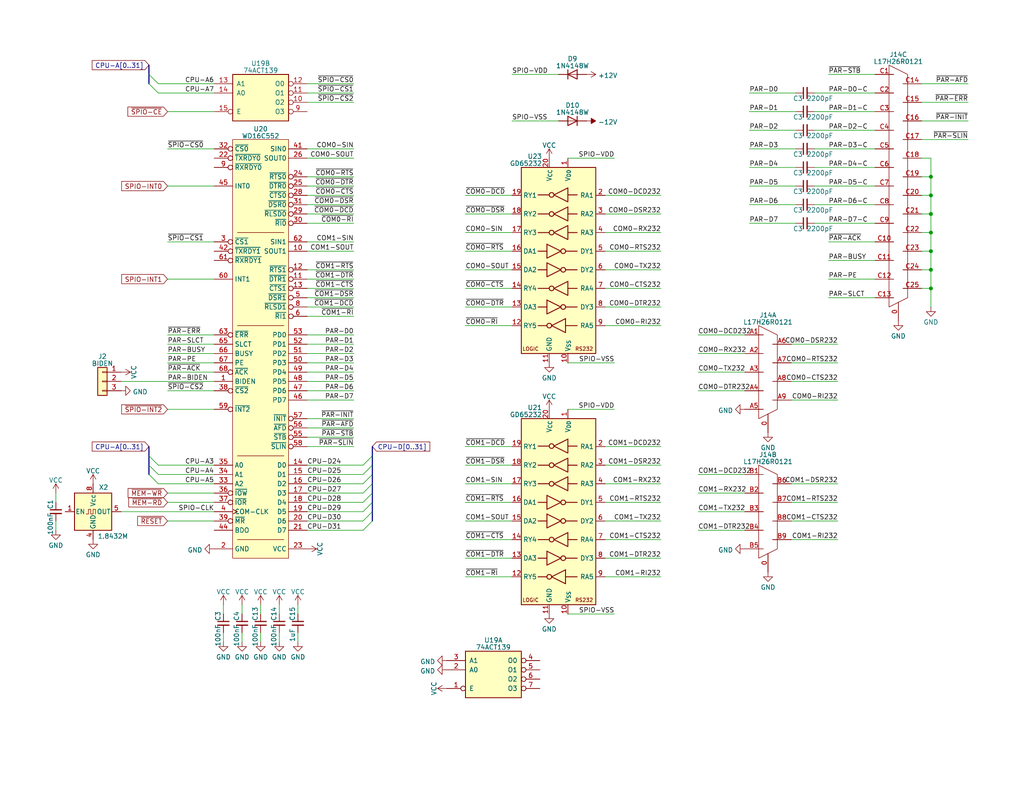
<source format=kicad_sch>
(kicad_sch (version 20230121) (generator eeschema)
  (paper "USLetter")
  (title_block (title "Wrap030-ATX Mainboard") (date "2023-03-26") (rev "1") (company "techav"))
  (junction (at 254 53.34))
  (junction (at 254 78.74))
  (junction (at 254 58.42))
  (junction (at 254 63.5))
  (junction (at 254 73.66))
  (junction (at 254 68.58))
  (junction (at 254 48.26))
  (bus_entry (at 101.6 139.7) (size -2.54 2.54))
  (bus_entry (at 40.64 22.86) (size 2.54 2.54))
  (bus_entry (at 101.6 134.62) (size -2.54 2.54))
  (bus_entry (at 101.6 142.24) (size -2.54 2.54))
  (bus_entry (at 101.6 129.54) (size -2.54 2.54))
  (bus_entry (at 40.64 20.32) (size 2.54 2.54))
  (bus_entry (at 101.6 137.16) (size -2.54 2.54))
  (bus_entry (at 40.64 124.46) (size 2.54 2.54))
  (bus_entry (at 40.64 127) (size 2.54 2.54))
  (bus_entry (at 40.64 129.54) (size 2.54 2.54))
  (bus_entry (at 101.6 132.08) (size -2.54 2.54))
  (bus_entry (at 101.6 127) (size -2.54 2.54))
  (bus_entry (at 101.6 124.46) (size -2.54 2.54))
  (wire (pts (xy 83.82 101.6) (xy 96.52 101.6)))
  (bus (pts (xy 40.64 121.92) (xy 40.64 124.46)))
  (wire (pts (xy 83.82 109.22) (xy 96.52 109.22)))
  (wire (pts (xy 139.7 88.9) (xy 127 88.9)))
  (wire (pts (xy 83.82 116.84) (xy 96.52 116.84)))
  (wire (pts (xy 139.7 147.32) (xy 127 147.32)))
  (wire (pts (xy 83.82 119.38) (xy 96.52 119.38)))
  (wire (pts (xy 254 58.42) (xy 254 53.34)))
  (wire (pts (xy 83.82 91.44) (xy 96.52 91.44)))
  (wire (pts (xy 254 63.5) (xy 251.46 63.5)))
  (wire (pts (xy 83.82 53.34) (xy 96.52 53.34)))
  (wire (pts (xy 43.18 25.4) (xy 58.42 25.4)))
  (wire (pts (xy 45.72 142.24) (xy 58.42 142.24)))
  (wire (pts (xy 83.82 134.62) (xy 99.06 134.62)))
  (wire (pts (xy 83.82 132.08) (xy 99.06 132.08)))
  (wire (pts (xy 83.82 137.16) (xy 99.06 137.16)))
  (wire (pts (xy 190.5 134.62) (xy 203.2 134.62)))
  (wire (pts (xy 180.34 121.92) (xy 165.1 121.92)))
  (wire (pts (xy 254 83.82) (xy 254 78.74)))
  (wire (pts (xy 139.7 58.42) (xy 127 58.42)))
  (wire (pts (xy 60.96 175.26) (xy 60.96 172.72)))
  (bus (pts (xy 101.6 139.7) (xy 101.6 142.24)))
  (wire (pts (xy 228.6 109.22) (xy 215.9 109.22)))
  (bus (pts (xy 101.6 127) (xy 101.6 129.54)))
  (wire (pts (xy 83.82 121.92) (xy 96.52 121.92)))
  (wire (pts (xy 139.7 78.74) (xy 127 78.74)))
  (wire (pts (xy 139.7 132.08) (xy 127 132.08)))
  (wire (pts (xy 222.25 45.72) (xy 238.76 45.72)))
  (wire (pts (xy 81.28 175.26) (xy 81.28 172.72)))
  (wire (pts (xy 222.25 35.56) (xy 238.76 35.56)))
  (wire (pts (xy 217.17 50.8) (xy 204.47 50.8)))
  (wire (pts (xy 167.64 167.64) (xy 154.94 167.64)))
  (wire (pts (xy 83.82 58.42) (xy 96.52 58.42)))
  (wire (pts (xy 58.42 106.68) (xy 45.72 106.68)))
  (bus (pts (xy 101.6 134.62) (xy 101.6 137.16)))
  (wire (pts (xy 222.25 40.64) (xy 238.76 40.64)))
  (wire (pts (xy 139.7 68.58) (xy 127 68.58)))
  (wire (pts (xy 45.72 101.6) (xy 58.42 101.6)))
  (wire (pts (xy 190.5 96.52) (xy 203.2 96.52)))
  (wire (pts (xy 226.06 76.2) (xy 238.76 76.2)))
  (wire (pts (xy 58.42 40.64) (xy 45.72 40.64)))
  (bus (pts (xy 40.64 20.32) (xy 40.64 22.86)))
  (wire (pts (xy 217.17 55.88) (xy 204.47 55.88)))
  (wire (pts (xy 76.2 175.26) (xy 76.2 172.72)))
  (wire (pts (xy 45.72 134.62) (xy 58.42 134.62)))
  (wire (pts (xy 45.72 50.8) (xy 58.42 50.8)))
  (wire (pts (xy 139.7 33.02) (xy 152.4 33.02)))
  (wire (pts (xy 139.7 63.5) (xy 127 63.5)))
  (wire (pts (xy 83.82 27.94) (xy 96.52 27.94)))
  (wire (pts (xy 15.24 134.62) (xy 15.24 137.16)))
  (wire (pts (xy 83.82 81.28) (xy 96.52 81.28)))
  (wire (pts (xy 83.82 139.7) (xy 99.06 139.7)))
  (wire (pts (xy 190.5 144.78) (xy 203.2 144.78)))
  (wire (pts (xy 180.34 152.4) (xy 165.1 152.4)))
  (wire (pts (xy 254 73.66) (xy 254 68.58)))
  (wire (pts (xy 139.7 20.32) (xy 152.4 20.32)))
  (wire (pts (xy 222.25 50.8) (xy 238.76 50.8)))
  (wire (pts (xy 254 48.26) (xy 251.46 48.26)))
  (wire (pts (xy 180.34 147.32) (xy 165.1 147.32)))
  (wire (pts (xy 83.82 22.86) (xy 96.52 22.86)))
  (wire (pts (xy 254 73.66) (xy 251.46 73.66)))
  (wire (pts (xy 190.5 139.7) (xy 203.2 139.7)))
  (wire (pts (xy 222.25 55.88) (xy 238.76 55.88)))
  (wire (pts (xy 45.72 76.2) (xy 58.42 76.2)))
  (wire (pts (xy 180.34 83.82) (xy 165.1 83.82)))
  (wire (pts (xy 83.82 60.96) (xy 96.52 60.96)))
  (wire (pts (xy 71.12 165.1) (xy 71.12 167.64)))
  (wire (pts (xy 254 78.74) (xy 251.46 78.74)))
  (wire (pts (xy 33.02 104.14) (xy 58.42 104.14)))
  (wire (pts (xy 167.64 43.18) (xy 154.94 43.18)))
  (wire (pts (xy 180.34 132.08) (xy 165.1 132.08)))
  (wire (pts (xy 180.34 88.9) (xy 165.1 88.9)))
  (wire (pts (xy 254 53.34) (xy 254 48.26)))
  (wire (pts (xy 83.82 114.3) (xy 96.52 114.3)))
  (wire (pts (xy 167.64 99.06) (xy 154.94 99.06)))
  (wire (pts (xy 83.82 106.68) (xy 96.52 106.68)))
  (wire (pts (xy 180.34 63.5) (xy 165.1 63.5)))
  (wire (pts (xy 83.82 40.64) (xy 96.52 40.64)))
  (wire (pts (xy 217.17 35.56) (xy 204.47 35.56)))
  (wire (pts (xy 254 68.58) (xy 254 63.5)))
  (wire (pts (xy 83.82 78.74) (xy 96.52 78.74)))
  (wire (pts (xy 83.82 50.8) (xy 96.52 50.8)))
  (wire (pts (xy 43.18 129.54) (xy 58.42 129.54)))
  (wire (pts (xy 83.82 66.04) (xy 96.52 66.04)))
  (wire (pts (xy 45.72 99.06) (xy 58.42 99.06)))
  (wire (pts (xy 45.72 111.76) (xy 58.42 111.76)))
  (wire (pts (xy 139.7 137.16) (xy 127 137.16)))
  (wire (pts (xy 83.82 25.4) (xy 96.52 25.4)))
  (bus (pts (xy 40.64 127) (xy 40.64 129.54)))
  (bus (pts (xy 40.64 17.78) (xy 40.64 20.32)))
  (wire (pts (xy 254 48.26) (xy 254 43.18)))
  (wire (pts (xy 83.82 129.54) (xy 99.06 129.54)))
  (wire (pts (xy 180.34 78.74) (xy 165.1 78.74)))
  (wire (pts (xy 180.34 68.58) (xy 165.1 68.58)))
  (wire (pts (xy 180.34 137.16) (xy 165.1 137.16)))
  (wire (pts (xy 228.6 137.16) (xy 215.9 137.16)))
  (bus (pts (xy 101.6 129.54) (xy 101.6 132.08)))
  (wire (pts (xy 45.72 30.48) (xy 58.42 30.48)))
  (wire (pts (xy 83.82 43.18) (xy 96.52 43.18)))
  (wire (pts (xy 251.46 33.02) (xy 264.16 33.02)))
  (wire (pts (xy 83.82 73.66) (xy 96.52 73.66)))
  (wire (pts (xy 83.82 48.26) (xy 96.52 48.26)))
  (wire (pts (xy 60.96 165.1) (xy 60.96 167.64)))
  (wire (pts (xy 228.6 104.14) (xy 215.9 104.14)))
  (wire (pts (xy 251.46 22.86) (xy 264.16 22.86)))
  (wire (pts (xy 190.5 106.68) (xy 203.2 106.68)))
  (wire (pts (xy 83.82 76.2) (xy 96.52 76.2)))
  (wire (pts (xy 222.25 25.4) (xy 238.76 25.4)))
  (wire (pts (xy 254 78.74) (xy 254 73.66)))
  (wire (pts (xy 66.04 165.1) (xy 66.04 167.64)))
  (wire (pts (xy 180.34 58.42) (xy 165.1 58.42)))
  (wire (pts (xy 228.6 132.08) (xy 215.9 132.08)))
  (wire (pts (xy 15.24 144.78) (xy 15.24 142.24)))
  (wire (pts (xy 76.2 165.1) (xy 76.2 167.64)))
  (wire (pts (xy 139.7 127) (xy 127 127)))
  (wire (pts (xy 83.82 68.58) (xy 96.52 68.58)))
  (wire (pts (xy 254 53.34) (xy 251.46 53.34)))
  (wire (pts (xy 139.7 83.82) (xy 127 83.82)))
  (wire (pts (xy 139.7 157.48) (xy 127 157.48)))
  (wire (pts (xy 217.17 45.72) (xy 204.47 45.72)))
  (wire (pts (xy 180.34 53.34) (xy 165.1 53.34)))
  (wire (pts (xy 139.7 152.4) (xy 127 152.4)))
  (wire (pts (xy 254 43.18) (xy 251.46 43.18)))
  (wire (pts (xy 45.72 137.16) (xy 58.42 137.16)))
  (wire (pts (xy 217.17 30.48) (xy 204.47 30.48)))
  (wire (pts (xy 228.6 142.24) (xy 215.9 142.24)))
  (wire (pts (xy 83.82 86.36) (xy 96.52 86.36)))
  (wire (pts (xy 228.6 147.32) (xy 215.9 147.32)))
  (wire (pts (xy 180.34 73.66) (xy 165.1 73.66)))
  (bus (pts (xy 101.6 132.08) (xy 101.6 134.62)))
  (wire (pts (xy 190.5 91.44) (xy 203.2 91.44)))
  (wire (pts (xy 217.17 25.4) (xy 204.47 25.4)))
  (wire (pts (xy 43.18 132.08) (xy 58.42 132.08)))
  (wire (pts (xy 238.76 20.32) (xy 226.06 20.32)))
  (wire (pts (xy 190.5 129.54) (xy 203.2 129.54)))
  (wire (pts (xy 83.82 104.14) (xy 96.52 104.14)))
  (wire (pts (xy 228.6 99.06) (xy 215.9 99.06)))
  (wire (pts (xy 217.17 60.96) (xy 204.47 60.96)))
  (wire (pts (xy 254 68.58) (xy 251.46 68.58)))
  (wire (pts (xy 71.12 175.26) (xy 71.12 172.72)))
  (wire (pts (xy 226.06 71.12) (xy 238.76 71.12)))
  (wire (pts (xy 139.7 73.66) (xy 127 73.66)))
  (wire (pts (xy 83.82 142.24) (xy 99.06 142.24)))
  (wire (pts (xy 83.82 144.78) (xy 99.06 144.78)))
  (bus (pts (xy 101.6 121.92) (xy 101.6 124.46)))
  (wire (pts (xy 180.34 142.24) (xy 165.1 142.24)))
  (wire (pts (xy 139.7 53.34) (xy 127 53.34)))
  (wire (pts (xy 167.64 111.76) (xy 154.94 111.76)))
  (wire (pts (xy 190.5 101.6) (xy 203.2 101.6)))
  (bus (pts (xy 101.6 137.16) (xy 101.6 139.7)))
  (wire (pts (xy 222.25 60.96) (xy 238.76 60.96)))
  (wire (pts (xy 226.06 66.04) (xy 238.76 66.04)))
  (wire (pts (xy 45.72 96.52) (xy 58.42 96.52)))
  (bus (pts (xy 40.64 124.46) (xy 40.64 127)))
  (wire (pts (xy 139.7 121.92) (xy 127 121.92)))
  (wire (pts (xy 83.82 99.06) (xy 96.52 99.06)))
  (wire (pts (xy 254 63.5) (xy 254 58.42)))
  (wire (pts (xy 45.72 93.98) (xy 58.42 93.98)))
  (wire (pts (xy 83.82 93.98) (xy 96.52 93.98)))
  (wire (pts (xy 45.72 91.44) (xy 58.42 91.44)))
  (wire (pts (xy 33.02 139.7) (xy 58.42 139.7)))
  (wire (pts (xy 228.6 93.98) (xy 215.9 93.98)))
  (wire (pts (xy 251.46 38.1) (xy 264.16 38.1)))
  (wire (pts (xy 58.42 66.04) (xy 45.72 66.04)))
  (wire (pts (xy 43.18 22.86) (xy 58.42 22.86)))
  (wire (pts (xy 83.82 55.88) (xy 96.52 55.88)))
  (wire (pts (xy 83.82 96.52) (xy 96.52 96.52)))
  (wire (pts (xy 66.04 175.26) (xy 66.04 172.72)))
  (wire (pts (xy 217.17 40.64) (xy 204.47 40.64)))
  (wire (pts (xy 226.06 81.28) (xy 238.76 81.28)))
  (bus (pts (xy 101.6 124.46) (xy 101.6 127)))
  (wire (pts (xy 83.82 127) (xy 99.06 127)))
  (wire (pts (xy 254 58.42) (xy 251.46 58.42)))
  (wire (pts (xy 180.34 157.48) (xy 165.1 157.48)))
  (wire (pts (xy 81.28 165.1) (xy 81.28 167.64)))
  (wire (pts (xy 264.16 27.94) (xy 251.46 27.94)))
  (wire (pts (xy 43.18 127) (xy 58.42 127)))
  (wire (pts (xy 222.25 30.48) (xy 238.76 30.48)))
  (wire (pts (xy 139.7 142.24) (xy 127 142.24)))
  (wire (pts (xy 180.34 127) (xy 165.1 127)))
  (wire (pts (xy 83.82 83.82) (xy 96.52 83.82)))
  (label "~{SPIO-CS1}" (at 45.72 66.04 0))
  (label "PAR-D7-C" (at 226.06 60.96 0))
  (label "PAR-PE" (at 45.72 99.06 0))
  (label "COM0-DTR232" (at 180.34 83.82 180))
  (label "COM0-SOUT" (at 96.52 43.18 180))
  (label "~{PAR-SLIN}" (at 264.16 38.1 180))
  (label "COM1-CTS232" (at 228.6 142.24 180))
  (label "~{PAR-ERR}" (at 45.72 91.44 0))
  (label "COM0-SIN" (at 127 63.5 0))
  (label "~{PAR-AFD}" (at 264.16 22.86 180))
  (label "~{PAR-INIT}" (at 96.52 114.3 180))
  (label "PAR-D5" (at 204.47 50.8 0))
  (label "~{COM0-DSR}" (at 96.52 55.88 180))
  (label "PAR-D6" (at 96.52 106.68 180))
  (label "PAR-D5-C" (at 226.06 50.8 0))
  (label "~{COM0-RI}" (at 96.52 60.96 180))
  (label "~{COM1-DTR}" (at 127 152.4 0))
  (label "~{PAR-AFD}" (at 96.52 116.84 180))
  (label "~{PAR-STB}" (at 96.52 119.38 180))
  (label "COM0-RX232" (at 190.5 96.52 0))
  (label "~{COM0-DCD}" (at 127 53.34 0))
  (label "PAR-D2" (at 96.52 96.52 180))
  (label "COM1-RI232" (at 180.34 157.48 180))
  (label "~{PAR-ACK}" (at 226.06 66.04 0))
  (label "~{SPIO-CS1}" (at 96.52 25.4 180))
  (label "~{PAR-ACK}" (at 45.72 101.6 0))
  (label "PAR-D0-C" (at 226.06 25.4 0))
  (label "PAR-BUSY" (at 45.72 96.52 0))
  (label "COM1-RTS232" (at 228.6 137.16 180))
  (label "SPIO-VSS" (at 167.64 99.06 180))
  (label "PAR-BIDEN" (at 45.72 104.14 0))
  (label "~{SPIO-CS2}" (at 45.72 106.68 0))
  (label "CPU-D31" (at 83.82 144.78 0))
  (label "SPIO-VDD" (at 167.64 43.18 180))
  (label "PAR-D2" (at 204.47 35.56 0))
  (label "~{COM0-CTS}" (at 127 78.74 0))
  (label "PAR-D4" (at 96.52 101.6 180))
  (label "~{COM0-RTS}" (at 96.52 48.26 180))
  (label "PAR-D4-C" (at 226.06 45.72 0))
  (label "SPIO-VSS" (at 167.64 167.64 180))
  (label "COM0-RI232" (at 180.34 88.9 180))
  (label "COM0-CTS232" (at 228.6 104.14 180))
  (label "COM1-TX232" (at 180.34 142.24 180))
  (label "~{COM1-RTS}" (at 127 137.16 0))
  (label "~{PAR-INIT}" (at 264.16 33.02 180))
  (label "CPU-A6" (at 58.42 22.86 180))
  (label "COM0-SOUT" (at 127 73.66 0))
  (label "CPU-A5" (at 58.42 132.08 180))
  (label "COM1-DCD232" (at 180.34 121.92 180))
  (label "COM1-RTS232" (at 180.34 137.16 180))
  (label "PAR-D6" (at 204.47 55.88 0))
  (label "~{PAR-SLIN}" (at 96.52 121.92 180))
  (label "CPU-D27" (at 83.82 134.62 0))
  (label "~{SPIO-CS0}" (at 45.72 40.64 0))
  (label "COM0-DSR232" (at 180.34 58.42 180))
  (label "SPIO-VDD" (at 139.7 20.32 0))
  (label "~{COM0-DSR}" (at 127 58.42 0))
  (label "PAR-SLCT" (at 45.72 93.98 0))
  (label "SPIO-CLK" (at 58.42 139.7 180))
  (label "PAR-D0" (at 204.47 25.4 0))
  (label "~{SPIO-CS0}" (at 96.52 22.86 180))
  (label "COM1-SOUT" (at 96.52 68.58 180))
  (label "~{COM1-RI}" (at 127 157.48 0))
  (label "PAR-D1-C" (at 226.06 30.48 0))
  (label "COM0-TX232" (at 190.5 101.6 0))
  (label "COM0-RX232" (at 180.34 63.5 180))
  (label "~{PAR-STB}" (at 226.06 20.32 0))
  (label "~{COM0-RI}" (at 127 88.9 0))
  (label "CPU-A7" (at 58.42 25.4 180))
  (label "COM0-RTS232" (at 180.34 68.58 180))
  (label "~{COM1-DTR}" (at 96.52 76.2 180))
  (label "SPIO-VSS" (at 139.7 33.02 0))
  (label "~{COM0-RTS}" (at 127 68.58 0))
  (label "~{COM1-DSR}" (at 127 127 0))
  (label "~{COM1-CTS}" (at 96.52 78.74 180))
  (label "~{COM1-RTS}" (at 96.52 73.66 180))
  (label "~{SPIO-CS2}" (at 96.52 27.94 180))
  (label "COM1-DSR232" (at 228.6 132.08 180))
  (label "PAR-D3" (at 96.52 99.06 180))
  (label "COM0-CTS232" (at 180.34 78.74 180))
  (label "PAR-D6-C" (at 226.06 55.88 0))
  (label "CPU-D28" (at 83.82 137.16 0))
  (label "COM1-RX232" (at 190.5 134.62 0))
  (label "PAR-D7" (at 204.47 60.96 0))
  (label "COM1-SOUT" (at 127 142.24 0))
  (label "~{COM0-DCD}" (at 96.52 58.42 180))
  (label "PAR-SLCT" (at 226.06 81.28 0))
  (label "CPU-A4" (at 58.42 129.54 180))
  (label "PAR-BUSY" (at 226.06 71.12 0))
  (label "COM0-DSR232" (at 228.6 93.98 180))
  (label "~{PAR-ERR}" (at 264.16 27.94 180))
  (label "COM0-DTR232" (at 190.5 106.68 0))
  (label "COM1-DCD232" (at 190.5 129.54 0))
  (label "COM1-DTR232" (at 190.5 144.78 0))
  (label "COM1-RI232" (at 228.6 147.32 180))
  (label "CPU-D25" (at 83.82 129.54 0))
  (label "~{COM0-CTS}" (at 96.52 53.34 180))
  (label "CPU-D29" (at 83.82 139.7 0))
  (label "COM1-CTS232" (at 180.34 147.32 180))
  (label "PAR-D4" (at 204.47 45.72 0))
  (label "PAR-D7" (at 96.52 109.22 180))
  (label "COM1-RX232" (at 180.34 132.08 180))
  (label "~{COM0-DTR}" (at 96.52 50.8 180))
  (label "COM1-TX232" (at 190.5 139.7 0))
  (label "PAR-D0" (at 96.52 91.44 180))
  (label "PAR-D3-C" (at 226.06 40.64 0))
  (label "CPU-D26" (at 83.82 132.08 0))
  (label "SPIO-VDD" (at 167.64 111.76 180))
  (label "COM0-DCD232" (at 190.5 91.44 0))
  (label "COM1-DTR232" (at 180.34 152.4 180))
  (label "~{COM1-DCD}" (at 127 121.92 0))
  (label "~{COM1-RI}" (at 96.52 86.36 180))
  (label "COM1-DSR232" (at 180.34 127 180))
  (label "CPU-D24" (at 83.82 127 0))
  (label "PAR-D3" (at 204.47 40.64 0))
  (label "CPU-A3" (at 58.42 127 180))
  (label "~{COM0-DTR}" (at 127 83.82 0))
  (label "COM0-DCD232" (at 180.34 53.34 180))
  (label "COM0-TX232" (at 180.34 73.66 180))
  (label "COM0-RTS232" (at 228.6 99.06 180))
  (label "COM1-SIN" (at 96.52 66.04 180))
  (label "CPU-D30" (at 83.82 142.24 0))
  (label "PAR-D1" (at 96.52 93.98 180))
  (label "~{COM1-CTS}" (at 127 147.32 0))
  (label "~{COM1-DCD}" (at 96.52 83.82 180))
  (label "COM0-RI232" (at 228.6 109.22 180))
  (label "PAR-D2-C" (at 226.06 35.56 0))
  (label "PAR-D5" (at 96.52 104.14 180))
  (label "PAR-PE" (at 226.06 76.2 0))
  (label "COM0-SIN" (at 96.52 40.64 180))
  (label "PAR-D1" (at 204.47 30.48 0))
  (label "COM1-SIN" (at 127 132.08 0))
  (label "~{COM1-DSR}" (at 96.52 81.28 180))
  (global_label "SPIO-INT1" (shape input) (at 45.72 76.2 180) (property "Intersheetrefs" "${INTERSHEET_REFS}" (effects hide)))
  (global_label "~{RESET}" (shape input) (at 45.72 142.24 180) (property "Intersheetrefs" "${INTERSHEET_REFS}" (effects hide)))
  (global_label "~{MEM-WR}" (shape input) (at 45.72 134.62 180) (property "Intersheetrefs" "${INTERSHEET_REFS}" (effects hide)))
  (global_label "CPU-A[0..31]" (shape input) (at 40.64 17.78 180) (property "Intersheetrefs" "${INTERSHEET_REFS}" (effects hide)))
  (global_label "~{MEM-RD}" (shape input) (at 45.72 137.16 180) (property "Intersheetrefs" "${INTERSHEET_REFS}" (effects hide)))
  (global_label "~{SPIO-INT2}" (shape input) (at 45.72 111.76 180) (property "Intersheetrefs" "${INTERSHEET_REFS}" (effects hide)))
  (global_label "SPIO-INT0" (shape input) (at 45.72 50.8 180) (property "Intersheetrefs" "${INTERSHEET_REFS}" (effects hide)))
  (global_label "CPU-D[0..31]" (shape input) (at 101.6 121.92 0) (property "Intersheetrefs" "${INTERSHEET_REFS}" (effects hide)))
  (global_label "~{SPIO-CE}" (shape input) (at 45.72 30.48 180) (property "Intersheetrefs" "${INTERSHEET_REFS}" (effects hide)))
  (global_label "CPU-A[0..31]" (shape input) (at 40.64 121.92 180) (property "Intersheetrefs" "${INTERSHEET_REFS}" (effects hide)))
  (symbol (lib_id "power:VCC") (at 149.86 43.18 0) (unit 1)
    (property "Reference" "#PWR031" (effects hide))
    (property "Value" "VCC" (at 149.86 39.6781 0))
    (instances (project "Wrap030-ATX" (path "" (reference "#PWR031") (unit 1)) (path "" (reference "#PWR0107") (unit 1)) (path "" (reference "#PWR0369") (unit 1))))
  )
  (symbol (lib_id "power:+12V") (at 160.02 20.32 270) (unit 1)
    (property "Reference" "#PWR0263" (effects hide))
    (property "Value" "+12V" (at 163.195 20.6368 90) (effects (justify left)))
    (instances (project "Wrap030-ATX" (path "" (reference "#PWR0263") (unit 1)) (path "" (reference "#PWR0273") (unit 1)) (path "" (reference "#PWR0371") (unit 1))))
  )
  (symbol (lib_id "Diode:1N4004") (at 156.21 20.32 0) (unit 1)
    (property "Reference" "D9" (at 156.21 16.0401 0))
    (property "Value" "1N4148W" (at 156.21 17.9611 0))
    (property "Footprint" "Diode_SMD:D_SOD-123" (effects hide))
    (property "Sim.Device" "D" (effects hide))
    (property "Sim.Pins" "1=K 2=A" (effects hide))
    (property "JLC-Part" "https://jlcpcb.com/partdetail/st_semtech-1N4148W/C81598" (effects hide))
    (property "Mouser-Part" "833-1N4148W-TP" (effects hide))
    (property "Notes" "JLC" (effects hide))
  )
  (symbol (lib_id "Device:C_Small") (at 219.71 25.4 90) (unit 1)
    (property "Reference" "C3" (at 219.0726 26.8859 90) (effects (justify left)))
    (property "Value" "2200pF" (at 227.3436 26.8859 90) (effects (justify left)))
    (property "Footprint" "Capacitor_SMD:C_0402_1005Metric_Pad0.74x0.62mm_HandSolder" (effects hide))
    (property "JLC-Part" "https://jlcpcb.com/partdetail/1883-0402B222K500NT/C1531" (effects hide))
    (property "Mouser-Part" "81-GRM155R71H222KA1J" (effects hide))
    (property "Notes" "JLC" (effects hide))
    (instances (project "Wrap030-ATX" (path "" (reference "C3") (unit 1)) (path "" (reference "C36") (unit 1)) (path "" (reference "C93") (unit 1))))
  )
  (symbol (lib_id "power:GND") (at 81.28 175.26 0) (unit 1)
    (property "Reference" "#PWR032" (effects hide))
    (property "Value" "GND" (at 81.28 179.3955 0))
    (instances (project "Wrap030-ATX" (path "" (reference "#PWR032") (unit 1)) (path "" (reference "#PWR0108") (unit 1)) (path "" (reference "#PWR0309") (unit 1))))
  )
  (symbol (lib_id "power:VCC") (at 149.86 111.76 0) (unit 1)
    (property "Reference" "#PWR031" (effects hide))
    (property "Value" "VCC" (at 149.86 108.2581 0))
    (instances (project "Wrap030-ATX" (path "" (reference "#PWR031") (unit 1)) (path "" (reference "#PWR0107") (unit 1)) (path "" (reference "#PWR0319") (unit 1))))
  )
  (symbol (lib_id "Interface_UART:GD65232PW") (at 152.4 139.7 0) (mirror y) (unit 1)
    (property "Reference" "U21" (at 147.9041 111.2901 0) (effects (justify left)))
    (property "Value" "GD65232" (at 147.9041 113.2111 0) (effects (justify left)))
    (property "Footprint" "Package_SO:TSSOP-20_4.4x6.5mm_P0.65mm" (effects hide))
    (property "Datasheet" "http://www.ti.com/lit/ds/symlink/gd75232.pdf" (effects hide))
    (property "Notes" "Mouser" (effects hide))
    (property "Mouser-Part" "595-GD65232PWR" (effects hide))
  )
  (symbol (lib_id "power:VCC") (at 66.04 165.1 0) (unit 1)
    (property "Reference" "#PWR09" (effects hide))
    (property "Value" "VCC" (at 66.04 161.5981 0))
    (instances (project "Wrap030-ATX" (path "" (reference "#PWR09") (unit 1)) (path "" (reference "#PWR0101") (unit 1)) (path "" (reference "#PWR0302") (unit 1))))
  )
  (symbol (lib_id "Device:C_Small") (at 15.24 139.7 0) (unit 1)
    (property "Reference" "C1" (at 13.7541 139.0626 90) (effects (justify left)))
    (property "Value" "100nF" (at 13.7541 146.0636 90) (effects (justify left)))
    (property "Footprint" "Capacitor_SMD:C_0402_1005Metric_Pad0.74x0.62mm_HandSolder" (effects hide))
    (property "JLC-Part" "https://jlcpcb.com/partdetail/1877-CL05B104KO5NNNC/C1525" (effects hide))
    (property "Mouser-Part" "187-CL05B104KO5NNNC" (effects hide))
    (property "Notes" "JLC" (effects hide))
    (instances (project "Wrap030-ATX" (path "" (reference "C1") (unit 1)) (path "" (reference "C30") (unit 1)) (path "" (reference "C101") (unit 1))))
  )
  (symbol (lib_id "power:GND") (at 71.12 175.26 0) (unit 1)
    (property "Reference" "#PWR028" (effects hide))
    (property "Value" "GND" (at 71.12 179.3955 0))
    (instances (project "Wrap030-ATX" (path "" (reference "#PWR028") (unit 1)) (path "" (reference "#PWR0104") (unit 1)) (path "" (reference "#PWR0305") (unit 1))))
  )
  (symbol (lib_id "Device:C_Small") (at 66.04 170.18 0) (unit 1)
    (property "Reference" "C4" (at 64.5541 169.5426 90) (effects (justify left)))
    (property "Value" "100nF" (at 64.5541 176.5436 90) (effects (justify left)))
    (property "Footprint" "Capacitor_SMD:C_0402_1005Metric_Pad0.74x0.62mm_HandSolder" (effects hide))
    (property "JLC-Part" "https://jlcpcb.com/partdetail/1877-CL05B104KO5NNNC/C1525" (effects hide))
    (property "Mouser-Part" "187-CL05B104KO5NNNC" (effects hide))
    (property "Notes" "JLC" (effects hide))
    (instances (project "Wrap030-ATX" (path "" (reference "C4") (unit 1)) (path "" (reference "C37") (unit 1)) (path "" (reference "C89") (unit 1))))
  )
  (symbol (lib_id "power:GND") (at 15.24 144.78 0) (unit 1)
    (property "Reference" "#PWR04" (effects hide))
    (property "Value" "GND" (at 15.24 148.9155 0))
    (instances (project "Wrap030-ATX" (path "" (reference "#PWR04") (unit 1)) (path "" (reference "#PWR070") (unit 1)) (path "" (reference "#PWR0316") (unit 1))))
  )
  (symbol (lib_id "power:GND") (at 254 83.82 0) (mirror y) (unit 1)
    (property "Reference" "#PWR032" (effects hide))
    (property "Value" "GND" (at 254 87.9555 0))
    (instances (project "Wrap030-ATX" (path "" (reference "#PWR032") (unit 1)) (path "" (reference "#PWR0108") (unit 1)) (path "" (reference "#PWR0310") (unit 1))))
  )
  (symbol (lib_id "power:GND") (at 33.02 106.68 90) (unit 1)
    (property "Reference" "#PWR032" (effects hide))
    (property "Value" "GND" (at 36.195 106.9968 90) (effects (justify right)))
    (instances (project "Wrap030-ATX" (path "" (reference "#PWR032") (unit 1)) (path "" (reference "#PWR0108") (unit 1)) (path "" (reference "#PWR0314") (unit 1))))
  )
  (symbol (lib_id "power:GND") (at 121.92 182.88 270) (unit 1)
    (property "Reference" "#PWR04" (effects hide))
    (property "Value" "GND" (at 118.7451 183.1968 90) (effects (justify right)))
    (instances (project "Wrap030-ATX" (path "" (reference "#PWR04") (unit 1)) (path "" (reference "#PWR064") (unit 1)) (path "" (reference "#PWR0134") (unit 1)) (path "" (reference "#PWR0166") (unit 1)) (path "" (reference "#PWR0294") (unit 1)) (path "" (reference "#PWR0352") (unit 1))))
  )
  (symbol (lib_id "power:GND") (at 209.55 156.21 0) (unit 1)
    (property "Reference" "#PWR04" (effects hide))
    (property "Value" "GND" (at 209.55 160.3455 0))
    (instances (project "Wrap030-ATX" (path "" (reference "#PWR04") (unit 1)) (path "" (reference "#PWR0181") (unit 1)) (path "" (reference "#PWR0348") (unit 1))))
  )
  (symbol (lib_id "74xx:74LS139") (at 134.62 182.88 0) (unit 1)
    (property "Reference" "U19" (at 134.62 174.7901 0))
    (property "Value" "74ACT139" (at 134.62 176.7111 0))
    (property "Footprint" "Package_DIP:DIP-16_W7.62mm_Socket" (effects hide))
    (property "Datasheet" "http://www.ti.com/lit/ds/symlink/sn74ls139a.pdf" (effects hide))
    (property "Mouser-Part" "595-CD74ACT139E" (effects hide))
    (property "Notes" "OFE" (effects hide))
    (property "Socket-Mouser" "571-1-2199298-4" (effects hide))
  )
  (symbol (lib_id "Wrap030-ATX:WD16C552") (at 71.12 38.1 0) (unit 1)
    (property "Reference" "U20" (at 71.12 35.2171 0))
    (property "Value" "WD16C552" (at 71.12 37.1381 0))
    (property "Footprint" "Package_LCC:PLCC-68_THT-Socket" (effects hide))
    (property "Mouser-Part" "595-TL16C552AIFN" (effects hide))
    (property "Notes" "OFE" (effects hide))
    (property "Socket-Mouser" "575-682444" (effects hide))
  )
  (symbol (lib_id "Device:C_Small") (at 219.71 60.96 90) (unit 1)
    (property "Reference" "C3" (at 219.0726 62.4459 90) (effects (justify left)))
    (property "Value" "2200pF" (at 227.3436 62.4459 90) (effects (justify left)))
    (property "Footprint" "Capacitor_SMD:C_0402_1005Metric_Pad0.74x0.62mm_HandSolder" (effects hide))
    (property "JLC-Part" "https://jlcpcb.com/partdetail/1883-0402B222K500NT/C1531" (effects hide))
    (property "Mouser-Part" "81-GRM155R71H222KA1J" (effects hide))
    (property "Notes" "JLC" (effects hide))
    (instances (project "Wrap030-ATX" (path "" (reference "C3") (unit 1)) (path "" (reference "C36") (unit 1)) (path "" (reference "C100") (unit 1))))
  )
  (symbol (lib_id "power:GND") (at 66.04 175.26 0) (unit 1)
    (property "Reference" "#PWR010" (effects hide))
    (property "Value" "GND" (at 66.04 179.3955 0))
    (instances (project "Wrap030-ATX" (path "" (reference "#PWR010") (unit 1)) (path "" (reference "#PWR0102") (unit 1)) (path "" (reference "#PWR0303") (unit 1))))
  )
  (symbol (lib_id "Interface_UART:GD65232PW") (at 152.4 71.12 0) (mirror y) (unit 1)
    (property "Reference" "U23" (at 147.9041 42.7101 0) (effects (justify left)))
    (property "Value" "GD65232" (at 147.9041 44.6311 0) (effects (justify left)))
    (property "Footprint" "Package_SO:TSSOP-20_4.4x6.5mm_P0.65mm" (effects hide))
    (property "Datasheet" "http://www.ti.com/lit/ds/symlink/gd75232.pdf" (effects hide))
    (property "Notes" "Mouser" (effects hide))
    (property "Mouser-Part" "595-GD65232PWR" (effects hide))
  )
  (symbol (lib_id "power:VCC") (at 81.28 165.1 0) (unit 1)
    (property "Reference" "#PWR031" (effects hide))
    (property "Value" "VCC" (at 81.28 161.5981 0))
    (instances (project "Wrap030-ATX" (path "" (reference "#PWR031") (unit 1)) (path "" (reference "#PWR0107") (unit 1)) (path "" (reference "#PWR0308") (unit 1))))
  )
  (symbol (lib_id "Oscillator:CXO_DIP8") (at 25.4 139.7 0) (unit 1)
    (property "Reference" "X2" (at 28.2594 133.0579 0))
    (property "Value" "1.8432M" (at 30.7994 146.4089 0))
    (property "Footprint" "Oscillator:Oscillator_DIP-8" (effects hide))
    (property "Datasheet" "http://cdn-reichelt.de/documents/datenblatt/B400/OSZI.pdf" (effects hide))
    (property "Mouser-Part" "520-TCH184-X" (effects hide))
    (property "Notes" "Mouser" (effects hide))
    (instances (project "Wrap030-ATX" (path "" (reference "X2") (unit 1)) (path "" (reference "X4") (unit 1))))
  )
  (symbol (lib_id "power:-12V") (at 160.02 33.02 270) (unit 1)
    (property "Reference" "#PWR0261" (effects hide))
    (property "Value" "-12V" (at 163.195 33.3368 90) (effects (justify left)))
    (instances (project "Wrap030-ATX" (path "" (reference "#PWR0261") (unit 1)) (path "" (reference "#PWR0276") (unit 1)) (path "" (reference "#PWR0372") (unit 1))))
  )
  (symbol (lib_id "power:VCC") (at 15.24 134.62 0) (unit 1)
    (property "Reference" "#PWR03" (effects hide))
    (property "Value" "VCC" (at 15.24 131.1181 0))
    (instances (project "Wrap030-ATX" (path "" (reference "#PWR03") (unit 1)) (path "" (reference "#PWR069") (unit 1)) (path "" (reference "#PWR0315") (unit 1))))
  )
  (symbol (lib_id "Device:C_Small") (at 219.71 45.72 90) (unit 1)
    (property "Reference" "C3" (at 219.0726 47.2059 90) (effects (justify left)))
    (property "Value" "2200pF" (at 227.3436 47.2059 90) (effects (justify left)))
    (property "Footprint" "Capacitor_SMD:C_0402_1005Metric_Pad0.74x0.62mm_HandSolder" (effects hide))
    (property "JLC-Part" "https://jlcpcb.com/partdetail/1883-0402B222K500NT/C1531" (effects hide))
    (property "Mouser-Part" "81-GRM155R71H222KA1J" (effects hide))
    (property "Notes" "JLC" (effects hide))
    (instances (project "Wrap030-ATX" (path "" (reference "C3") (unit 1)) (path "" (reference "C36") (unit 1)) (path "" (reference "C97") (unit 1))))
  )
  (symbol (lib_id "power:GND") (at 58.42 149.86 270) (unit 1)
    (property "Reference" "#PWR032" (effects hide))
    (property "Value" "GND" (at 55.2451 150.1768 90) (effects (justify right)))
    (instances (project "Wrap030-ATX" (path "" (reference "#PWR032") (unit 1)) (path "" (reference "#PWR0108") (unit 1)) (path "" (reference "#PWR0312") (unit 1))))
  )
  (symbol (lib_id "Device:C_Small") (at 71.12 170.18 0) (unit 1)
    (property "Reference" "C13" (at 69.6341 169.5426 90) (effects (justify left)))
    (property "Value" "100nF" (at 69.6341 176.5436 90) (effects (justify left)))
    (property "Footprint" "Capacitor_SMD:C_0402_1005Metric_Pad0.74x0.62mm_HandSolder" (effects hide))
    (property "JLC-Part" "https://jlcpcb.com/partdetail/1877-CL05B104KO5NNNC/C1525" (effects hide))
    (property "Mouser-Part" "187-CL05B104KO5NNNC" (effects hide))
    (property "Notes" "JLC" (effects hide))
    (instances (project "Wrap030-ATX" (path "" (reference "C13") (unit 1)) (path "" (reference "C38") (unit 1)) (path "" (reference "C90") (unit 1))))
  )
  (symbol (lib_id "74xx:74LS139") (at 71.12 25.4 0) (unit 2)
    (property "Reference" "U19" (at 71.12 17.3101 0))
    (property "Value" "74ACT139" (at 71.12 19.2311 0))
    (property "Footprint" "Package_DIP:DIP-16_W7.62mm_Socket" (effects hide))
    (property "Datasheet" "http://www.ti.com/lit/ds/symlink/sn74ls139a.pdf" (effects hide))
    (property "Mouser-Part" "595-CD74ACT139E" (effects hide))
    (property "Notes" "OFE" (effects hide))
    (property "Socket-Mouser" "571-1-2199298-4" (effects hide))
  )
  (symbol (lib_id "Wrap030-ATX:L17H26R0121") (at 245.11 17.78 0) (unit 3)
    (property "Reference" "J14" (at 245.11 14.8971 0))
    (property "Value" "L17H26R0121" (at 245.11 16.8181 0))
    (property "Footprint" "Wrap030-ATX:L17H26R0121" (effects hide))
    (property "Mouser-Part" "523-L17H26R0121" (effects hide))
    (property "Notes" "Mouser" (effects hide))
  )
  (symbol (lib_id "Device:C_Small") (at 219.71 40.64 90) (unit 1)
    (property "Reference" "C3" (at 219.0726 42.1259 90) (effects (justify left)))
    (property "Value" "2200pF" (at 227.3436 42.1259 90) (effects (justify left)))
    (property "Footprint" "Capacitor_SMD:C_0402_1005Metric_Pad0.74x0.62mm_HandSolder" (effects hide))
    (property "JLC-Part" "https://jlcpcb.com/partdetail/1883-0402B222K500NT/C1531" (effects hide))
    (property "Mouser-Part" "81-GRM155R71H222KA1J" (effects hide))
    (property "Notes" "JLC" (effects hide))
    (instances (project "Wrap030-ATX" (path "" (reference "C3") (unit 1)) (path "" (reference "C36") (unit 1)) (path "" (reference "C96") (unit 1))))
  )
  (symbol (lib_id "power:GND") (at 60.96 175.26 0) (unit 1)
    (property "Reference" "#PWR08" (effects hide))
    (property "Value" "GND" (at 60.96 179.3955 0))
    (instances (project "Wrap030-ATX" (path "" (reference "#PWR08") (unit 1)) (path "" (reference "#PWR0100") (unit 1)) (path "" (reference "#PWR0301") (unit 1))))
  )
  (symbol (lib_id "Connector_Generic:Conn_01x03") (at 27.94 104.14 0) (mirror y) (unit 1)
    (property "Reference" "J2" (at 27.94 97.3201 0))
    (property "Value" "BIDEN" (at 27.94 99.2411 0))
    (property "Footprint" "Connector_PinHeader_2.54mm:PinHeader_1x03_P2.54mm_Vertical" (effects hide))
    (property "Mouser-Part" "523-G800W305018EU" (effects hide))
    (property "Notes" "OFE" (effects hide))
    (instances (project "Wrap030-ATX" (path "" (reference "J2") (unit 1)) (path "" (reference "J10") (unit 1))))
  )
  (symbol (lib_id "power:GND") (at 149.86 99.06 0) (unit 1)
    (property "Reference" "#PWR04" (effects hide))
    (property "Value" "GND" (at 149.86 103.1955 0))
    (instances (project "Wrap030-ATX" (path "" (reference "#PWR04") (unit 1)) (path "" (reference "#PWR0181") (unit 1)) (path "" (reference "#PWR0370") (unit 1))))
  )
  (symbol (lib_id "power:GND") (at 76.2 175.26 0) (unit 1)
    (property "Reference" "#PWR030" (effects hide))
    (property "Value" "GND" (at 76.2 179.3955 0))
    (instances (project "Wrap030-ATX" (path "" (reference "#PWR030") (unit 1)) (path "" (reference "#PWR0106") (unit 1)) (path "" (reference "#PWR0307") (unit 1))))
  )
  (symbol (lib_id "Wrap030-ATX:L17H26R0121") (at 209.55 88.9 0) (unit 1)
    (property "Reference" "J14" (at 209.55 86.0171 0))
    (property "Value" "L17H26R0121" (at 209.55 87.9381 0))
    (property "Footprint" "Wrap030-ATX:L17H26R0121" (effects hide))
    (property "Mouser-Part" "523-L17H26R0121" (effects hide))
    (property "Notes" "Mouser" (effects hide))
  )
  (symbol (lib_id "power:GND") (at 209.55 118.11 0) (unit 1)
    (property "Reference" "#PWR04" (effects hide))
    (property "Value" "GND" (at 209.55 122.2455 0))
    (instances (project "Wrap030-ATX" (path "" (reference "#PWR04") (unit 1)) (path "" (reference "#PWR0181") (unit 1)) (path "" (reference "#PWR0347") (unit 1))))
  )
  (symbol (lib_id "power:GND") (at 203.2 149.86 270) (unit 1)
    (property "Reference" "#PWR032" (effects hide))
    (property "Value" "GND" (at 200.0251 150.1768 90) (effects (justify right)))
    (instances (project "Wrap030-ATX" (path "" (reference "#PWR032") (unit 1)) (path "" (reference "#PWR0108") (unit 1)) (path "" (reference "#PWR0328") (unit 1))))
  )
  (symbol (lib_id "power:GND") (at 203.2 111.76 270) (unit 1)
    (property "Reference" "#PWR032" (effects hide))
    (property "Value" "GND" (at 200.0251 112.0768 90) (effects (justify right)))
    (instances (project "Wrap030-ATX" (path "" (reference "#PWR032") (unit 1)) (path "" (reference "#PWR0108") (unit 1)) (path "" (reference "#PWR0323") (unit 1))))
  )
  (symbol (lib_id "power:GND") (at 25.4 147.32 0) (unit 1)
    (property "Reference" "#PWR04" (effects hide))
    (property "Value" "GND" (at 25.4 151.4555 0))
    (instances (project "Wrap030-ATX" (path "" (reference "#PWR04") (unit 1)) (path "" (reference "#PWR072") (unit 1)) (path "" (reference "#PWR0318") (unit 1))))
  )
  (symbol (lib_id "power:VCC") (at 76.2 165.1 0) (unit 1)
    (property "Reference" "#PWR029" (effects hide))
    (property "Value" "VCC" (at 76.2 161.5981 0))
    (instances (project "Wrap030-ATX" (path "" (reference "#PWR029") (unit 1)) (path "" (reference "#PWR0105") (unit 1)) (path "" (reference "#PWR0306") (unit 1))))
  )
  (symbol (lib_id "power:VCC") (at 83.82 149.86 270) (unit 1)
    (property "Reference" "#PWR07" (effects hide))
    (property "Value" "VCC" (at 87.3219 149.86 0))
    (instances (project "Wrap030-ATX" (path "" (reference "#PWR07") (unit 1)) (path "" (reference "#PWR099") (unit 1)) (path "" (reference "#PWR0311") (unit 1))))
  )
  (symbol (lib_id "Device:C_Small") (at 219.71 35.56 90) (unit 1)
    (property "Reference" "C3" (at 219.0726 37.0459 90) (effects (justify left)))
    (property "Value" "2200pF" (at 227.3436 37.0459 90) (effects (justify left)))
    (property "Footprint" "Capacitor_SMD:C_0402_1005Metric_Pad0.74x0.62mm_HandSolder" (effects hide))
    (property "JLC-Part" "https://jlcpcb.com/partdetail/1883-0402B222K500NT/C1531" (effects hide))
    (property "Mouser-Part" "81-GRM155R71H222KA1J" (effects hide))
    (property "Notes" "JLC" (effects hide))
    (instances (project "Wrap030-ATX" (path "" (reference "C3") (unit 1)) (path "" (reference "C36") (unit 1)) (path "" (reference "C95") (unit 1))))
  )
  (symbol (lib_id "power:GND") (at 149.86 167.64 0) (unit 1)
    (property "Reference" "#PWR04" (effects hide))
    (property "Value" "GND" (at 149.86 171.7755 0))
    (instances (project "Wrap030-ATX" (path "" (reference "#PWR04") (unit 1)) (path "" (reference "#PWR0181") (unit 1)) (path "" (reference "#PWR0320") (unit 1))))
  )
  (symbol (lib_id "power:VCC") (at 33.02 101.6 270) (unit 1)
    (property "Reference" "#PWR07" (effects hide))
    (property "Value" "VCC" (at 36.5219 101.6 0))
    (instances (project "Wrap030-ATX" (path "" (reference "#PWR07") (unit 1)) (path "" (reference "#PWR099") (unit 1)) (path "" (reference "#PWR0313") (unit 1))))
  )
  (symbol (lib_id "Device:C_Small") (at 76.2 170.18 0) (unit 1)
    (property "Reference" "C14" (at 74.7141 169.5426 90) (effects (justify left)))
    (property "Value" "100nF" (at 74.7141 176.5436 90) (effects (justify left)))
    (property "Footprint" "Capacitor_SMD:C_0402_1005Metric_Pad0.74x0.62mm_HandSolder" (effects hide))
    (property "JLC-Part" "https://jlcpcb.com/partdetail/1877-CL05B104KO5NNNC/C1525" (effects hide))
    (property "Mouser-Part" "187-CL05B104KO5NNNC" (effects hide))
    (property "Notes" "JLC" (effects hide))
    (instances (project "Wrap030-ATX" (path "" (reference "C14") (unit 1)) (path "" (reference "C39") (unit 1)) (path "" (reference "C91") (unit 1))))
  )
  (symbol (lib_id "power:VCC") (at 60.96 165.1 0) (unit 1)
    (property "Reference" "#PWR07" (effects hide))
    (property "Value" "VCC" (at 60.96 161.5981 0))
    (instances (project "Wrap030-ATX" (path "" (reference "#PWR07") (unit 1)) (path "" (reference "#PWR099") (unit 1)) (path "" (reference "#PWR0300") (unit 1))))
  )
  (symbol (lib_id "power:VCC") (at 121.92 187.96 90) (mirror x) (unit 1)
    (property "Reference" "#PWR07" (effects hide))
    (property "Value" "VCC" (at 118.4181 187.96 0))
    (instances (project "Wrap030-ATX" (path "" (reference "#PWR07") (unit 1)) (path "" (reference "#PWR099") (unit 1)) (path "" (reference "#PWR0353") (unit 1))))
  )
  (symbol (lib_id "Wrap030-ATX:L17H26R0121") (at 209.55 127 0) (unit 2)
    (property "Reference" "J14" (at 209.55 124.1171 0))
    (property "Value" "L17H26R0121" (at 209.55 126.0381 0))
    (property "Footprint" "Wrap030-ATX:L17H26R0121" (effects hide))
    (property "Mouser-Part" "523-L17H26R0121" (effects hide))
    (property "Notes" "Mouser" (effects hide))
  )
  (symbol (lib_id "power:VCC") (at 71.12 165.1 0) (unit 1)
    (property "Reference" "#PWR027" (effects hide))
    (property "Value" "VCC" (at 71.12 161.5981 0))
    (instances (project "Wrap030-ATX" (path "" (reference "#PWR027") (unit 1)) (path "" (reference "#PWR0103") (unit 1)) (path "" (reference "#PWR0304") (unit 1))))
  )
  (symbol (lib_id "power:GND") (at 121.92 180.34 270) (unit 1)
    (property "Reference" "#PWR04" (effects hide))
    (property "Value" "GND" (at 118.7451 180.6568 90) (effects (justify right)))
    (instances (project "Wrap030-ATX" (path "" (reference "#PWR04") (unit 1)) (path "" (reference "#PWR064") (unit 1)) (path "" (reference "#PWR0134") (unit 1)) (path "" (reference "#PWR0166") (unit 1)) (path "" (reference "#PWR0294") (unit 1)) (path "" (reference "#PWR0294") (unit 1))))
  )
  (symbol (lib_id "Device:C_Small") (at 219.71 55.88 90) (unit 1)
    (property "Reference" "C3" (at 219.0726 57.3659 90) (effects (justify left)))
    (property "Value" "2200pF" (at 227.3436 57.3659 90) (effects (justify left)))
    (property "Footprint" "Capacitor_SMD:C_0402_1005Metric_Pad0.74x0.62mm_HandSolder" (effects hide))
    (property "JLC-Part" "https://jlcpcb.com/partdetail/1883-0402B222K500NT/C1531" (effects hide))
    (property "Mouser-Part" "81-GRM155R71H222KA1J" (effects hide))
    (property "Notes" "JLC" (effects hide))
    (instances (project "Wrap030-ATX" (path "" (reference "C3") (unit 1)) (path "" (reference "C36") (unit 1)) (path "" (reference "C99") (unit 1))))
  )
  (symbol (lib_id "Device:C_Small") (at 60.96 170.18 0) (unit 1)
    (property "Reference" "C3" (at 59.4741 169.5426 90) (effects (justify left)))
    (property "Value" "100nF" (at 59.4741 176.5436 90) (effects (justify left)))
    (property "Footprint" "Capacitor_SMD:C_0402_1005Metric_Pad0.74x0.62mm_HandSolder" (effects hide))
    (property "JLC-Part" "https://jlcpcb.com/partdetail/1877-CL05B104KO5NNNC/C1525" (effects hide))
    (property "Mouser-Part" "187-CL05B104KO5NNNC" (effects hide))
    (property "Notes" "JLC" (effects hide))
    (instances (project "Wrap030-ATX" (path "" (reference "C3") (unit 1)) (path "" (reference "C36") (unit 1)) (path "" (reference "C88") (unit 1))))
  )
  (symbol (lib_id "Device:C_Small") (at 219.71 50.8 90) (unit 1)
    (property "Reference" "C3" (at 219.0726 52.2859 90) (effects (justify left)))
    (property "Value" "2200pF" (at 227.3436 52.2859 90) (effects (justify left)))
    (property "Footprint" "Capacitor_SMD:C_0402_1005Metric_Pad0.74x0.62mm_HandSolder" (effects hide))
    (property "JLC-Part" "https://jlcpcb.com/partdetail/1883-0402B222K500NT/C1531" (effects hide))
    (property "Mouser-Part" "81-GRM155R71H222KA1J" (effects hide))
    (property "Notes" "JLC" (effects hide))
    (instances (project "Wrap030-ATX" (path "" (reference "C3") (unit 1)) (path "" (reference "C36") (unit 1)) (path "" (reference "C98") (unit 1))))
  )
  (symbol (lib_id "power:VCC") (at 25.4 132.08 0) (unit 1)
    (property "Reference" "#PWR03" (effects hide))
    (property "Value" "VCC" (at 25.4 128.5781 0))
    (instances (project "Wrap030-ATX" (path "" (reference "#PWR03") (unit 1)) (path "" (reference "#PWR071") (unit 1)) (path "" (reference "#PWR0317") (unit 1))))
  )
  (symbol (lib_id "Device:C_Small") (at 219.71 30.48 90) (unit 1)
    (property "Reference" "C3" (at 219.0726 31.9659 90) (effects (justify left)))
    (property "Value" "2200pF" (at 227.3436 31.9659 90) (effects (justify left)))
    (property "Footprint" "Capacitor_SMD:C_0402_1005Metric_Pad0.74x0.62mm_HandSolder" (effects hide))
    (property "JLC-Part" "https://jlcpcb.com/partdetail/1883-0402B222K500NT/C1531" (effects hide))
    (property "Mouser-Part" "81-GRM155R71H222KA1J" (effects hide))
    (property "Notes" "JLC" (effects hide))
    (instances (project "Wrap030-ATX" (path "" (reference "C3") (unit 1)) (path "" (reference "C36") (unit 1)) (path "" (reference "C94") (unit 1))))
  )
  (symbol (lib_id "Device:C_Small") (at 81.28 170.18 0) (unit 1)
    (property "Reference" "C15" (at 79.7941 169.5426 90) (effects (justify left)))
    (property "Value" "1uF" (at 79.7941 175.2736 90) (effects (justify left)))
    (property "Footprint" "Capacitor_SMD:C_0402_1005Metric_Pad0.74x0.62mm_HandSolder" (effects hide))
    (property "JLC-Part" "https://jlcpcb.com/partdetail/53938-CL05A105KA5NQNC/C52923" (effects hide))
    (property "Mouser-Part" "187-CL05A105KA5NQNC" (effects hide))
    (property "Notes" "JLC" (effects hide))
    (instances (project "Wrap030-ATX" (path "" (reference "C15") (unit 1)) (path "" (reference "C40") (unit 1)) (path "" (reference "C92") (unit 1))))
  )
  (symbol (lib_id "Diode:1N4004") (at 156.21 33.02 0) (mirror y) (unit 1)
    (property "Reference" "D10" (at 156.21 28.7401 0))
    (property "Value" "1N4148W" (at 156.21 30.6611 0))
    (property "Footprint" "Diode_SMD:D_SOD-123" (effects hide))
    (property "Sim.Device" "D" (effects hide))
    (property "Sim.Pins" "1=K 2=A" (effects hide))
    (property "JLC-Part" "https://jlcpcb.com/partdetail/st_semtech-1N4148W/C81598" (effects hide))
    (property "Mouser-Part" "833-1N4148W-TP" (effects hide))
    (property "Notes" "JLC" (effects hide))
  )
  (symbol (lib_id "power:GND") (at 245.11 87.63 0) (unit 1)
    (property "Reference" "#PWR04" (effects hide))
    (property "Value" "GND" (at 245.11 91.7655 0))
    (instances (project "Wrap030-ATX" (path "" (reference "#PWR04") (unit 1)) (path "" (reference "#PWR0181") (unit 1)) (path "" (reference "#PWR0346") (unit 1))))
  )
)
</source>
